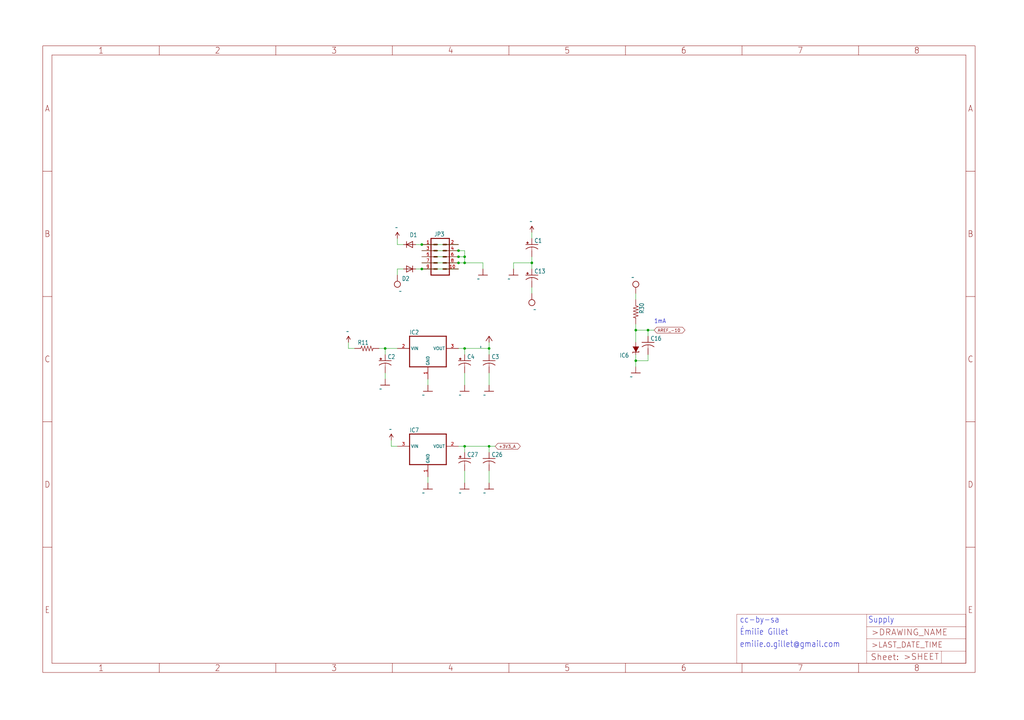
<source format=kicad_sch>
(kicad_sch (version 20211123) (generator eeschema)
  (paper "User" 425.45 299.161)
  (lib_symbols
    (symbol "clouds-eagle-import:+3V3" (power)
      (property "Value" "+3V3" (at -2.54 -5.08 90))
      (symbol "+3V3_1_0"
        (polyline (pts (xy 0 0) (xy -1.27 -1.905)) (stroke (width 0.254)))
        (polyline (pts (xy 1.27 -1.905) (xy 0 0)) (stroke (width 0.254)))
        (pin power_in line (at 0 -2.54 90) (length 2.54) (name "+3V3") (number "1"))
      )
    )
    (symbol "clouds-eagle-import:A3L-LOC"
      (symbol "A3L-LOC_1_0"
        (polyline (pts (xy 0 52.07) (xy 3.81 52.07)))
        (polyline (pts (xy 0 104.14) (xy 3.81 104.14)))
        (polyline (pts (xy 0 156.21) (xy 3.81 156.21)))
        (polyline (pts (xy 0 208.28) (xy 3.81 208.28)))
        (polyline (pts (xy 3.81 3.81) (xy 3.81 256.54)))
        (polyline (pts (xy 48.4188 0) (xy 48.4188 3.81)))
        (polyline (pts (xy 48.4188 256.54) (xy 48.4188 260.35)))
        (polyline (pts (xy 96.8375 0) (xy 96.8375 3.81)))
        (polyline (pts (xy 96.8375 256.54) (xy 96.8375 260.35)))
        (polyline (pts (xy 145.2563 0) (xy 145.2563 3.81)))
        (polyline (pts (xy 145.2563 256.54) (xy 145.2563 260.35)))
        (polyline (pts (xy 193.675 0) (xy 193.675 3.81)))
        (polyline (pts (xy 193.675 256.54) (xy 193.675 260.35)))
        (polyline (pts (xy 242.0938 0) (xy 242.0938 3.81)))
        (polyline (pts (xy 242.0938 256.54) (xy 242.0938 260.35)))
        (polyline (pts (xy 288.29 3.81) (xy 288.29 24.13)) (stroke (width 0.1016)))
        (polyline (pts (xy 288.29 3.81) (xy 342.265 3.81)) (stroke (width 0.1016)))
        (polyline (pts (xy 288.29 24.13) (xy 342.265 24.13)) (stroke (width 0.1016)))
        (polyline (pts (xy 290.5125 0) (xy 290.5125 3.81)))
        (polyline (pts (xy 290.5125 256.54) (xy 290.5125 260.35)))
        (polyline (pts (xy 338.9313 0) (xy 338.9313 3.81)))
        (polyline (pts (xy 338.9313 256.54) (xy 338.9313 260.35)))
        (polyline (pts (xy 342.265 3.81) (xy 373.38 3.81)) (stroke (width 0.1016)))
        (polyline (pts (xy 342.265 8.89) (xy 342.265 3.81)) (stroke (width 0.1016)))
        (polyline (pts (xy 342.265 8.89) (xy 342.265 13.97)) (stroke (width 0.1016)))
        (polyline (pts (xy 342.265 13.97) (xy 342.265 19.05)) (stroke (width 0.1016)))
        (polyline (pts (xy 342.265 13.97) (xy 383.54 13.97)) (stroke (width 0.1016)))
        (polyline (pts (xy 342.265 19.05) (xy 342.265 24.13)) (stroke (width 0.1016)))
        (polyline (pts (xy 342.265 19.05) (xy 383.54 19.05)) (stroke (width 0.1016)))
        (polyline (pts (xy 342.265 24.13) (xy 383.54 24.13)) (stroke (width 0.1016)))
        (polyline (pts (xy 373.38 3.81) (xy 373.38 8.89)) (stroke (width 0.1016)))
        (polyline (pts (xy 373.38 3.81) (xy 383.54 3.81)) (stroke (width 0.1016)))
        (polyline (pts (xy 373.38 8.89) (xy 342.265 8.89)) (stroke (width 0.1016)))
        (polyline (pts (xy 373.38 8.89) (xy 383.54 8.89)) (stroke (width 0.1016)))
        (polyline (pts (xy 383.54 3.81) (xy 3.81 3.81)))
        (polyline (pts (xy 383.54 3.81) (xy 383.54 8.89)) (stroke (width 0.1016)))
        (polyline (pts (xy 383.54 3.81) (xy 383.54 256.54)))
        (polyline (pts (xy 383.54 8.89) (xy 383.54 13.97)) (stroke (width 0.1016)))
        (polyline (pts (xy 383.54 13.97) (xy 383.54 19.05)) (stroke (width 0.1016)))
        (polyline (pts (xy 383.54 19.05) (xy 383.54 24.13)) (stroke (width 0.1016)))
        (polyline (pts (xy 383.54 52.07) (xy 387.35 52.07)))
        (polyline (pts (xy 383.54 104.14) (xy 387.35 104.14)))
        (polyline (pts (xy 383.54 156.21) (xy 387.35 156.21)))
        (polyline (pts (xy 383.54 208.28) (xy 387.35 208.28)))
        (polyline (pts (xy 383.54 256.54) (xy 3.81 256.54)))
        (polyline (pts (xy 0 0) (xy 387.35 0) (xy 387.35 260.35) (xy 0 260.35) (xy 0 0)))
        (text "1" (at 24.2094 1.905 0) (effects (font (size 2.54 2.286))))
        (text "1" (at 24.2094 258.445 0) (effects (font (size 2.54 2.286))))
        (text "2" (at 72.6281 1.905 0) (effects (font (size 2.54 2.286))))
        (text "2" (at 72.6281 258.445 0) (effects (font (size 2.54 2.286))))
        (text "3" (at 121.0469 1.905 0) (effects (font (size 2.54 2.286))))
        (text "3" (at 121.0469 258.445 0) (effects (font (size 2.54 2.286))))
        (text "4" (at 169.4656 1.905 0) (effects (font (size 2.54 2.286))))
        (text "4" (at 169.4656 258.445 0) (effects (font (size 2.54 2.286))))
        (text "5" (at 217.8844 1.905 0) (effects (font (size 2.54 2.286))))
        (text "5" (at 217.8844 258.445 0) (effects (font (size 2.54 2.286))))
        (text "6" (at 266.3031 1.905 0) (effects (font (size 2.54 2.286))))
        (text "6" (at 266.3031 258.445 0) (effects (font (size 2.54 2.286))))
        (text "7" (at 314.7219 1.905 0) (effects (font (size 2.54 2.286))))
        (text "7" (at 314.7219 258.445 0) (effects (font (size 2.54 2.286))))
        (text "8" (at 363.1406 1.905 0) (effects (font (size 2.54 2.286))))
        (text "8" (at 363.1406 258.445 0) (effects (font (size 2.54 2.286))))
        (text ">DRAWING_NAME" (at 344.17 15.24 0) (effects (font (size 2.54 2.54)) (justify left bottom)))
        (text ">LAST_DATE_TIME" (at 344.17 10.16 0) (effects (font (size 2.286 2.286)) (justify left bottom)))
        (text ">SHEET" (at 357.505 5.08 0) (effects (font (size 2.54 2.54)) (justify left bottom)))
        (text "A" (at 1.905 234.315 0) (effects (font (size 2.54 2.286))))
        (text "A" (at 385.445 234.315 0) (effects (font (size 2.54 2.286))))
        (text "B" (at 1.905 182.245 0) (effects (font (size 2.54 2.286))))
        (text "B" (at 385.445 182.245 0) (effects (font (size 2.54 2.286))))
        (text "C" (at 1.905 130.175 0) (effects (font (size 2.54 2.286))))
        (text "C" (at 385.445 130.175 0) (effects (font (size 2.54 2.286))))
        (text "D" (at 1.905 78.105 0) (effects (font (size 2.54 2.286))))
        (text "D" (at 385.445 78.105 0) (effects (font (size 2.54 2.286))))
        (text "E" (at 1.905 26.035 0) (effects (font (size 2.54 2.286))))
        (text "E" (at 385.445 26.035 0) (effects (font (size 2.54 2.286))))
        (text "Sheet:" (at 343.916 4.953 0) (effects (font (size 2.54 2.54)) (justify left bottom)))
      )
    )
    (symbol "clouds-eagle-import:C-USC0603"
      (property "Reference" "C" (at 1.016 0.635 0))
      (property "Value" "C-USC0603" (at 1.016 -4.191 0))
      (symbol "C-USC0603_1_0"
        (arc (start 0 -1.0161) (mid -1.302 -1.2303) (end -2.4668 -1.8504) (stroke (width 0.254)))
        (polyline (pts (xy -2.54 0) (xy 2.54 0)) (stroke (width 0.254)))
        (polyline (pts (xy 0 -1.016) (xy 0 -2.54)) (stroke (width 0.1524)))
        (arc (start 2.4892 -1.8542) (mid 1.3158 -1.2195) (end 0 -1) (stroke (width 0.254)))
        (pin passive line (at 0 2.54 270) (length 2.54) (name "1") (number "1"))
        (pin passive line (at 0 -5.08 90) (length 2.54) (name "2") (number "2"))
      )
    )
    (symbol "clouds-eagle-import:CPOL-USD"
      (property "Reference" "C" (at 1.016 0.635 0))
      (property "Value" "CPOL-USD" (at 1.016 -4.191 0))
      (symbol "CPOL-USD_1_0"
        (rectangle (start -2.253 0.668) (end -1.364 0.795) (fill (type outline)))
        (rectangle (start -1.872 0.287) (end -1.745 1.176) (fill (type outline)))
        (arc (start 0 -1.0161) (mid -1.3021 -1.2302) (end -2.4669 -1.8504) (stroke (width 0.254)))
        (polyline (pts (xy -2.54 0) (xy 2.54 0)) (stroke (width 0.254)))
        (polyline (pts (xy 0 -1.016) (xy 0 -2.54)) (stroke (width 0.1524)))
        (arc (start 2.4892 -1.8542) (mid 1.3158 -1.2195) (end 0 -1) (stroke (width 0.254)))
        (pin passive line (at 0 2.54 270) (length 2.54) (name "+") (number "+"))
        (pin passive line (at 0 -5.08 90) (length 2.54) (name "-") (number "-"))
      )
    )
    (symbol "clouds-eagle-import:DIODE-SOD123"
      (property "Reference" "D" (at 2.54 0.4826 0))
      (property "Value" "DIODE-SOD123" (at 2.54 -2.3114 0))
      (symbol "DIODE-SOD123_1_0"
        (polyline (pts (xy -1.27 -1.27) (xy 1.27 0)) (stroke (width 0.254)))
        (polyline (pts (xy -1.27 1.27) (xy -1.27 -1.27)) (stroke (width 0.254)))
        (polyline (pts (xy 1.27 0) (xy -1.27 1.27)) (stroke (width 0.254)))
        (polyline (pts (xy 1.27 0) (xy 1.27 -1.27)) (stroke (width 0.254)))
        (polyline (pts (xy 1.27 1.27) (xy 1.27 0)) (stroke (width 0.254)))
        (pin passive line (at -2.54 0 0) (length 2.54) (name "A") (number "A"))
        (pin passive line (at 2.54 0 180) (length 2.54) (name "C") (number "C"))
      )
    )
    (symbol "clouds-eagle-import:GND" (power)
      (property "Value" "GND" (at -2.54 -2.54 0))
      (symbol "GND_1_0"
        (polyline (pts (xy -1.905 0) (xy 1.905 0)) (stroke (width 0.254)))
        (pin power_in line (at 0 2.54 270) (length 2.54) (name "GND") (number "1"))
      )
    )
    (symbol "clouds-eagle-import:LM4041DBZ"
      (property "Reference" "IC" (at 2.794 1.905 0))
      (property "Value" "LM4041DBZ" (at 2.794 -0.889 0))
      (symbol "LM4041DBZ_1_0"
        (polyline (pts (xy -1.27 1.524) (xy -1.27 1.143)) (stroke (width 0.254)))
        (polyline (pts (xy 0 1.524) (xy -1.27 1.524)) (stroke (width 0.254)))
        (polyline (pts (xy 1.27 1.524) (xy 0 1.524)) (stroke (width 0.254)))
        (polyline (pts (xy 1.27 1.905) (xy 1.27 1.524)) (stroke (width 0.254)))
        (polyline (pts (xy 0 1.524) (xy -1.27 -0.762) (xy 1.27 -0.762)) (fill (type outline)))
        (pin passive line (at 0 2.54 270) (length 2.54) (name "C") (number "1"))
        (pin passive line (at 0 -2.54 90) (length 2.54) (name "A") (number "2"))
      )
    )
    (symbol "clouds-eagle-import:M05X2PTH"
      (property "Reference" "JP" (at -2.54 8.382 0))
      (property "Value" "M05X2PTH" (at -2.54 -10.16 0))
      (symbol "M05X2PTH_1_0"
        (polyline (pts (xy -3.81 7.62) (xy -3.81 -7.62)) (stroke (width 0.4064)))
        (polyline (pts (xy -3.81 7.62) (xy 3.81 7.62)) (stroke (width 0.4064)))
        (polyline (pts (xy -1.27 -5.08) (xy -2.54 -5.08)) (stroke (width 0.6096)))
        (polyline (pts (xy -1.27 -2.54) (xy -2.54 -2.54)) (stroke (width 0.6096)))
        (polyline (pts (xy -1.27 0) (xy -2.54 0)) (stroke (width 0.6096)))
        (polyline (pts (xy -1.27 2.54) (xy -2.54 2.54)) (stroke (width 0.6096)))
        (polyline (pts (xy -1.27 5.08) (xy -2.54 5.08)) (stroke (width 0.6096)))
        (polyline (pts (xy 1.27 -5.08) (xy 2.54 -5.08)) (stroke (width 0.6096)))
        (polyline (pts (xy 1.27 -2.54) (xy 2.54 -2.54)) (stroke (width 0.6096)))
        (polyline (pts (xy 1.27 0) (xy 2.54 0)) (stroke (width 0.6096)))
        (polyline (pts (xy 1.27 2.54) (xy 2.54 2.54)) (stroke (width 0.6096)))
        (polyline (pts (xy 1.27 5.08) (xy 2.54 5.08)) (stroke (width 0.6096)))
        (polyline (pts (xy 3.81 -7.62) (xy -3.81 -7.62)) (stroke (width 0.4064)))
        (polyline (pts (xy 3.81 -7.62) (xy 3.81 7.62)) (stroke (width 0.4064)))
        (pin passive line (at -7.62 5.08 0) (length 5.08) (name "1") (number "1"))
        (pin passive line (at 7.62 -5.08 180) (length 5.08) (name "10") (number "10"))
        (pin passive line (at 7.62 5.08 180) (length 5.08) (name "2") (number "2"))
        (pin passive line (at -7.62 2.54 0) (length 5.08) (name "3") (number "3"))
        (pin passive line (at 7.62 2.54 180) (length 5.08) (name "4") (number "4"))
        (pin passive line (at -7.62 0 0) (length 5.08) (name "5") (number "5"))
        (pin passive line (at 7.62 0 180) (length 5.08) (name "6") (number "6"))
        (pin passive line (at -7.62 -2.54 0) (length 5.08) (name "7") (number "7"))
        (pin passive line (at 7.62 -2.54 180) (length 5.08) (name "8") (number "8"))
        (pin passive line (at -7.62 -5.08 0) (length 5.08) (name "9") (number "9"))
      )
    )
    (symbol "clouds-eagle-import:R-US_R0603"
      (property "Reference" "R" (at -3.81 1.4986 0))
      (property "Value" "R-US_R0603" (at -3.81 -3.302 0))
      (symbol "R-US_R0603_1_0"
        (polyline (pts (xy -2.54 0) (xy -2.159 1.016)) (stroke (width 0.2032)))
        (polyline (pts (xy -2.159 1.016) (xy -1.524 -1.016)) (stroke (width 0.2032)))
        (polyline (pts (xy -1.524 -1.016) (xy -0.889 1.016)) (stroke (width 0.2032)))
        (polyline (pts (xy -0.889 1.016) (xy -0.254 -1.016)) (stroke (width 0.2032)))
        (polyline (pts (xy -0.254 -1.016) (xy 0.381 1.016)) (stroke (width 0.2032)))
        (polyline (pts (xy 0.381 1.016) (xy 1.016 -1.016)) (stroke (width 0.2032)))
        (polyline (pts (xy 1.016 -1.016) (xy 1.651 1.016)) (stroke (width 0.2032)))
        (polyline (pts (xy 1.651 1.016) (xy 2.286 -1.016)) (stroke (width 0.2032)))
        (polyline (pts (xy 2.286 -1.016) (xy 2.54 0)) (stroke (width 0.2032)))
        (pin passive line (at -5.08 0 0) (length 2.54) (name "1") (number "1"))
        (pin passive line (at 5.08 0 180) (length 2.54) (name "2") (number "2"))
      )
    )
    (symbol "clouds-eagle-import:R-US_R1206"
      (property "Reference" "R" (at -3.81 1.4986 0))
      (property "Value" "R-US_R1206" (at -3.81 -3.302 0))
      (symbol "R-US_R1206_1_0"
        (polyline (pts (xy -2.54 0) (xy -2.159 1.016)) (stroke (width 0.2032)))
        (polyline (pts (xy -2.159 1.016) (xy -1.524 -1.016)) (stroke (width 0.2032)))
        (polyline (pts (xy -1.524 -1.016) (xy -0.889 1.016)) (stroke (width 0.2032)))
        (polyline (pts (xy -0.889 1.016) (xy -0.254 -1.016)) (stroke (width 0.2032)))
        (polyline (pts (xy -0.254 -1.016) (xy 0.381 1.016)) (stroke (width 0.2032)))
        (polyline (pts (xy 0.381 1.016) (xy 1.016 -1.016)) (stroke (width 0.2032)))
        (polyline (pts (xy 1.016 -1.016) (xy 1.651 1.016)) (stroke (width 0.2032)))
        (polyline (pts (xy 1.651 1.016) (xy 2.286 -1.016)) (stroke (width 0.2032)))
        (polyline (pts (xy 2.286 -1.016) (xy 2.54 0)) (stroke (width 0.2032)))
        (pin passive line (at -5.08 0 0) (length 2.54) (name "1") (number "1"))
        (pin passive line (at 5.08 0 180) (length 2.54) (name "2") (number "2"))
      )
    )
    (symbol "clouds-eagle-import:REG1117"
      (property "Reference" "IC" (at -7.62 5.715 0))
      (property "Value" "REG1117" (at -5.08 2.54 0))
      (symbol "REG1117_1_0"
        (polyline (pts (xy -7.62 -7.62) (xy 7.62 -7.62)) (stroke (width 0.4064)))
        (polyline (pts (xy -7.62 5.08) (xy -7.62 -7.62)) (stroke (width 0.4064)))
        (polyline (pts (xy 7.62 -7.62) (xy 7.62 5.08)) (stroke (width 0.4064)))
        (polyline (pts (xy 7.62 5.08) (xy -7.62 5.08)) (stroke (width 0.4064)))
        (pin power_in line (at 0 -12.7 90) (length 5.08) (name "GND") (number "1"))
        (pin output line (at 12.7 0 180) (length 5.08) (name "VOUT") (number "2"))
        (pin input line (at -12.7 0 0) (length 5.08) (name "VIN") (number "3"))
      )
    )
    (symbol "clouds-eagle-import:REG1117T"
      (property "Reference" "IC" (at -7.62 5.715 0))
      (property "Value" "REG1117T" (at -5.08 2.54 0))
      (symbol "REG1117T_1_0"
        (polyline (pts (xy -7.62 -7.62) (xy 7.62 -7.62)) (stroke (width 0.4064)))
        (polyline (pts (xy -7.62 5.08) (xy -7.62 -7.62)) (stroke (width 0.4064)))
        (polyline (pts (xy 7.62 -7.62) (xy 7.62 5.08)) (stroke (width 0.4064)))
        (polyline (pts (xy 7.62 5.08) (xy -7.62 5.08)) (stroke (width 0.4064)))
        (pin power_in line (at 0 -12.7 90) (length 5.08) (name "GND") (number "1"))
        (pin input line (at -12.7 0 0) (length 5.08) (name "VIN") (number "2"))
        (pin output line (at 12.7 0 180) (length 5.08) (name "VOUT") (number "3"))
      )
    )
    (symbol "clouds-eagle-import:VCC" (power)
      (property "Value" "VCC" (at -1.016 3.556 0))
      (symbol "VCC_1_0"
        (polyline (pts (xy 0 2.54) (xy -0.762 1.27)) (stroke (width 0.254)))
        (polyline (pts (xy 0.762 1.27) (xy 0 2.54)) (stroke (width 0.254)))
        (pin power_in line (at 0 0 90) (length 2.54) (name "VCC") (number "1"))
      )
    )
    (symbol "clouds-eagle-import:VEE" (power)
      (property "Value" "VEE" (at -1.905 3.175 0))
      (symbol "VEE_1_0"
        (circle (center 0 1.27) (radius 1.27) (stroke (width 0.254)))
        (pin power_in line (at 0 -2.54 90) (length 2.54) (name "VEE") (number "1"))
      )
    )
  )
  (junction (at 190.5 104.14))
  (junction (at 193.04 106.68))
  (junction (at 175.26 101.6))
  (junction (at 269.24 137.16))
  (junction (at 193.04 185.42))
  (junction (at 264.16 149.86))
  (junction (at 190.5 109.22))
  (junction (at 190.5 106.68))
  (junction (at 220.98 109.22))
  (junction (at 193.04 109.22))
  (junction (at 193.04 144.78))
  (junction (at 203.2 144.78))
  (junction (at 160.02 144.78))
  (junction (at 264.16 137.16))
  (junction (at 203.2 185.42))
  (junction (at 175.26 111.76))
  (wire (pts (xy 160.02 147.32) (xy 160.02 144.78)))
  (wire (pts (xy 177.8 157.48) (xy 177.8 160.02)))
  (wire (pts (xy 190.5 106.68) (xy 175.26 106.68)))
  (wire (pts (xy 264.16 149.86) (xy 264.16 152.4)))
  (wire (pts (xy 203.2 144.78) (xy 203.2 142.24)))
  (wire (pts (xy 175.26 109.22) (xy 190.5 109.22)))
  (wire (pts (xy 220.98 106.68) (xy 220.98 109.22)))
  (wire (pts (xy 264.16 137.16) (xy 264.16 134.62)))
  (wire (pts (xy 147.32 144.78) (xy 144.78 144.78)))
  (wire (pts (xy 160.02 144.78) (xy 165.1 144.78)))
  (wire (pts (xy 203.2 144.78) (xy 203.2 147.32)))
  (wire (pts (xy 220.98 99.06) (xy 220.98 96.52)))
  (wire (pts (xy 172.72 111.76) (xy 175.26 111.76)))
  (wire (pts (xy 172.72 101.6) (xy 175.26 101.6)))
  (wire (pts (xy 190.5 185.42) (xy 193.04 185.42)))
  (wire (pts (xy 264.16 142.24) (xy 264.16 137.16)))
  (wire (pts (xy 193.04 109.22) (xy 200.66 109.22)))
  (wire (pts (xy 213.36 109.22) (xy 213.36 111.76)))
  (wire (pts (xy 165.1 111.76) (xy 167.64 111.76)))
  (wire (pts (xy 193.04 185.42) (xy 203.2 185.42)))
  (wire (pts (xy 203.2 187.96) (xy 203.2 185.42)))
  (wire (pts (xy 264.16 124.46) (xy 264.16 121.92)))
  (wire (pts (xy 220.98 109.22) (xy 213.36 109.22)))
  (wire (pts (xy 220.98 109.22) (xy 220.98 111.76)))
  (wire (pts (xy 269.24 137.16) (xy 271.78 137.16)))
  (wire (pts (xy 269.24 147.32) (xy 269.24 149.86)))
  (wire (pts (xy 162.56 182.88) (xy 162.56 185.42)))
  (wire (pts (xy 193.04 147.32) (xy 193.04 144.78)))
  (wire (pts (xy 160.02 154.94) (xy 160.02 157.48)))
  (wire (pts (xy 165.1 101.6) (xy 165.1 99.06)))
  (wire (pts (xy 269.24 137.16) (xy 269.24 139.7)))
  (wire (pts (xy 190.5 104.14) (xy 193.04 104.14)))
  (wire (pts (xy 190.5 109.22) (xy 193.04 109.22)))
  (wire (pts (xy 193.04 195.58) (xy 193.04 200.66)))
  (wire (pts (xy 175.26 104.14) (xy 190.5 104.14)))
  (wire (pts (xy 193.04 106.68) (xy 193.04 109.22)))
  (wire (pts (xy 190.5 144.78) (xy 193.04 144.78)))
  (wire (pts (xy 157.48 144.78) (xy 160.02 144.78)))
  (wire (pts (xy 175.26 101.6) (xy 190.5 101.6)))
  (wire (pts (xy 205.74 185.42) (xy 203.2 185.42)))
  (wire (pts (xy 193.04 144.78) (xy 203.2 144.78)))
  (wire (pts (xy 220.98 119.38) (xy 220.98 121.92)))
  (wire (pts (xy 177.8 198.12) (xy 177.8 200.66)))
  (wire (pts (xy 193.04 187.96) (xy 193.04 185.42)))
  (wire (pts (xy 269.24 137.16) (xy 264.16 137.16)))
  (wire (pts (xy 175.26 111.76) (xy 190.5 111.76)))
  (wire (pts (xy 200.66 109.22) (xy 200.66 111.76)))
  (wire (pts (xy 165.1 101.6) (xy 167.64 101.6)))
  (wire (pts (xy 162.56 185.42) (xy 165.1 185.42)))
  (wire (pts (xy 264.16 147.32) (xy 264.16 149.86)))
  (wire (pts (xy 203.2 195.58) (xy 203.2 200.66)))
  (wire (pts (xy 144.78 144.78) (xy 144.78 142.24)))
  (wire (pts (xy 193.04 154.94) (xy 193.04 160.02)))
  (wire (pts (xy 193.04 104.14) (xy 193.04 106.68)))
  (wire (pts (xy 203.2 154.94) (xy 203.2 160.02)))
  (wire (pts (xy 165.1 111.76) (xy 165.1 114.3)))
  (wire (pts (xy 264.16 149.86) (xy 269.24 149.86)))
  (wire (pts (xy 193.04 106.68) (xy 190.5 106.68)))
  (text "1mA" (at 271.78 134.62 180) (effects (font (size 1.778 1.5113)) (justify left bottom)))
  (text "cc-by-sa" (at 307.34 259.08 180) (effects (font (size 2.54 2.159)) (justify left bottom)))
  (text "Supply" (at 360.68 259.08 180) (effects (font (size 2.54 2.159)) (justify left bottom)))
  (text "Émilie Gillet" (at 307.34 264.16 180) (effects (font (size 2.54 2.159)) (justify left bottom)))
  (text "emilie.o.gillet@gmail.com" (at 307.34 269.24 180) (effects (font (size 2.54 2.159)) (justify left bottom)))
  (global_label "AREF_-10" (shape bidirectional) (at 271.78 137.16 0) (effects (font (size 1.2446 1.2446))) (property "Intersheet References" "${INTERSHEET_REFS}" (effects hide)))
  (global_label "+3V3_A" (shape bidirectional) (at 205.74 185.42 0) (effects (font (size 1.2446 1.2446))) (property "Intersheet References" "${INTERSHEET_REFS}" (effects hide)))
  (symbol (lib_id "clouds-eagle-import:REG1117") (at 177.8 185.42 0) (unit 1)
    (property "Reference" "IC7" (at 170.18 179.705 0) (effects (font (size 1.778 1.5113)) (justify left bottom)))
  )
  (symbol (lib_id "clouds-eagle-import:CPOL-USD") (at 193.04 190.5 0) (unit 1)
    (property "Reference" "C27" (at 194.056 189.865 0) (effects (font (size 1.778 1.5113)) (justify left bottom)))
  )
  (symbol (lib_id "clouds-eagle-import:GND") (at 177.8 203.2 0) (unit 1)
    (property "Reference" "#GND68" (effects hide))
  )
  (symbol (lib_id "clouds-eagle-import:GND") (at 203.2 203.2 0) (unit 1)
    (property "Reference" "#GND71" (effects hide))
  )
  (symbol (lib_id "clouds-eagle-import:DIODE-SOD123") (at 170.18 111.76 0) (unit 1)
    (property "Reference" "D2" (at 170.18 114.7826 0) (effects (font (size 1.778 1.5113)) (justify right top)))
  )
  (symbol (lib_id "clouds-eagle-import:GND") (at 200.66 114.3 0) (unit 1)
    (property "Reference" "#GND4" (effects hide))
  )
  (symbol (lib_id "clouds-eagle-import:GND") (at 193.04 203.2 0) (unit 1)
    (property "Reference" "#GND70" (effects hide))
  )
  (symbol (lib_id "clouds-eagle-import:R-US_R1206") (at 152.4 144.78 0) (unit 1)
    (property "Reference" "R11" (at 148.59 143.2814 0) (effects (font (size 1.778 1.5113)) (justify left bottom)))
  )
  (symbol (lib_id "clouds-eagle-import:GND") (at 213.36 114.3 0) (unit 1)
    (property "Reference" "#GND24" (effects hide))
  )
  (symbol (lib_id "clouds-eagle-import:VCC") (at 144.78 142.24 0) (unit 1)
    (property "Reference" "#P+8" (effects hide))
  )
  (symbol (lib_id "clouds-eagle-import:GND") (at 160.02 160.02 0) (unit 1)
    (property "Reference" "#GND72" (effects hide))
  )
  (symbol (lib_id "clouds-eagle-import:GND") (at 177.8 162.56 0) (unit 1)
    (property "Reference" "#GND34" (effects hide))
  )
  (symbol (lib_id "clouds-eagle-import:GND") (at 203.2 162.56 0) (unit 1)
    (property "Reference" "#GND36" (effects hide))
  )
  (symbol (lib_id "clouds-eagle-import:CPOL-USD") (at 160.02 149.86 0) (unit 1)
    (property "Reference" "C2" (at 161.036 149.225 0) (effects (font (size 1.778 1.5113)) (justify left bottom)))
  )
  (symbol (lib_id "clouds-eagle-import:CPOL-USD") (at 220.98 101.6 0) (unit 1)
    (property "Reference" "C1" (at 221.996 100.965 0) (effects (font (size 1.778 1.5113)) (justify left bottom)))
  )
  (symbol (lib_id "clouds-eagle-import:VEE") (at 165.1 116.84 180) (unit 1)
    (property "Reference" "#SUPPLY2" (effects hide))
  )
  (symbol (lib_id "clouds-eagle-import:LM4041DBZ") (at 264.16 144.78 180) (unit 1)
    (property "Reference" "IC6" (at 261.366 146.685 0) (effects (font (size 1.778 1.5113)) (justify left bottom)))
  )
  (symbol (lib_id "clouds-eagle-import:VCC") (at 162.56 182.88 0) (unit 1)
    (property "Reference" "#P+4" (effects hide))
  )
  (symbol (lib_id "clouds-eagle-import:VEE") (at 264.16 119.38 0) (unit 1)
    (property "Reference" "#SUPPLY1" (effects hide))
  )
  (symbol (lib_id "clouds-eagle-import:M05X2PTH") (at 182.88 106.68 0) (unit 1)
    (property "Reference" "JP3" (at 180.34 98.298 0) (effects (font (size 1.778 1.5113)) (justify left bottom)))
  )
  (symbol (lib_id "clouds-eagle-import:+3V3") (at 203.2 139.7 0) (unit 1)
    (property "Reference" "#+3V1" (effects hide))
  )
  (symbol (lib_id "clouds-eagle-import:C-USC0603") (at 203.2 190.5 0) (unit 1)
    (property "Reference" "C26" (at 204.216 189.865 0) (effects (font (size 1.778 1.5113)) (justify left bottom)))
  )
  (symbol (lib_id "clouds-eagle-import:REG1117T") (at 177.8 144.78 0) (unit 1)
    (property "Reference" "IC2" (at 170.18 139.065 0) (effects (font (size 1.778 1.5113)) (justify left bottom)))
  )
  (symbol (lib_id "clouds-eagle-import:DIODE-SOD123") (at 170.18 101.6 180) (unit 1)
    (property "Reference" "D1" (at 170.18 98.5774 0) (effects (font (size 1.778 1.5113)) (justify right top)))
  )
  (symbol (lib_id "clouds-eagle-import:CPOL-USD") (at 220.98 114.3 0) (unit 1)
    (property "Reference" "C13" (at 221.996 113.665 0) (effects (font (size 1.778 1.5113)) (justify left bottom)))
  )
  (symbol (lib_id "clouds-eagle-import:CPOL-USD") (at 193.04 149.86 0) (unit 1)
    (property "Reference" "C4" (at 194.056 149.225 0) (effects (font (size 1.778 1.5113)) (justify left bottom)))
  )
  (symbol (lib_id "clouds-eagle-import:R-US_R0603") (at 264.16 129.54 270) (unit 1)
    (property "Reference" "R30" (at 265.6586 125.73 0) (effects (font (size 1.778 1.5113)) (justify left bottom)))
  )
  (symbol (lib_id "clouds-eagle-import:GND") (at 264.16 154.94 0) (unit 1)
    (property "Reference" "#GND69" (effects hide))
  )
  (symbol (lib_id "clouds-eagle-import:GND") (at 193.04 162.56 0) (unit 1)
    (property "Reference" "#GND35" (effects hide))
  )
  (symbol (lib_id "clouds-eagle-import:VEE") (at 220.98 124.46 180) (unit 1)
    (property "Reference" "#SUPPLY3" (effects hide))
  )
  (symbol (lib_id "clouds-eagle-import:VCC") (at 220.98 96.52 0) (unit 1)
    (property "Reference" "#P+3" (effects hide))
  )
  (symbol (lib_id "clouds-eagle-import:C-USC0603") (at 203.2 149.86 0) (unit 1)
    (property "Reference" "C3" (at 204.216 149.225 0) (effects (font (size 1.778 1.5113)) (justify left bottom)))
  )
  (symbol (lib_id "clouds-eagle-import:VCC") (at 165.1 99.06 0) (unit 1)
    (property "Reference" "#P+2" (effects hide))
  )
  (symbol (lib_id "clouds-eagle-import:A3L-LOC") (at 17.78 279.4 0) (unit 1)
    (property "Reference" "#FRAME2" (effects hide))
  )
  (symbol (lib_id "clouds-eagle-import:C-USC0603") (at 269.24 142.24 0) (unit 1)
    (property "Reference" "C16" (at 270.256 141.605 0) (effects (font (size 1.778 1.5113)) (justify left bottom)))
  )
)
</source>
